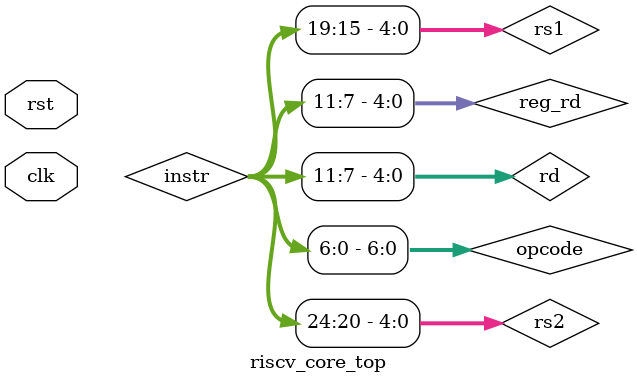
<source format=v>
module riscv_core_top(
    input wire clk,
    input wire rst
);
    // Program Counter
    reg [31:0] pc;
    wire [31:0] instr;

    // Instruction Memory
    imem imem_i(.addr(pc), .instr(instr));

    // Instruction fields
    wire [6:0] opcode = instr[6:0];
    wire [4:0] rd     = instr[11:7];
    wire [2:0] funct3 = instr[14:12];
    wire [4:0] rs1    = instr[19:15];
    wire [4:0] rs2    = instr[24:20];
    wire [6:0] funct7 = instr[31:25];

    // Immediate Generator
    wire [31:0] imm;
    imm_gen immgen(.instr(instr), .imm_out(imm));

    // Register File
    wire [31:0] reg_r1, reg_r2;
    reg reg_we;
    reg [4:0] reg_rd;
    reg [31:0] reg_wd;
    regfile regs(
        .clk(clk),
        .we(reg_we),
        .rs1(rs1),
        .rs2(rs2),
        .rd(reg_rd),
        .wd(reg_wd),
        .rd1(reg_r1),
        .rd2(reg_r2)
    );

    // Control Unit
    wire alu_src, mem_to_reg, reg_write, mem_read, mem_write, branch, jal;
    wire [3:0] alu_ctrl;
    control ctrl(
        .opcode(opcode), .funct3(funct3), .funct7(funct7),
        .alu_src(alu_src), .mem_to_reg(mem_to_reg), .reg_write(reg_write),
        .mem_read(mem_read), .mem_write(mem_write),
        .branch(branch), .jal(jal), .alu_ctrl(alu_ctrl)
    );

    // ALU
    reg [31:0] alu_b;
    wire [31:0] alu_result;
    wire alu_zero;
    alu alu_i(.a(reg_r1), .b(alu_b), .ctrl(alu_ctrl), .y(alu_result), .zero(alu_zero));

    // Data Memory
    wire [31:0] dmem_rdata;
    dmem dmem_i(.clk(clk), .we(mem_write), .addr(alu_result), .wdata(reg_r2), .rdata(dmem_rdata));

    // Next PC
    reg [31:0] pc_next;

    // Main control and writeback
    always @(*) begin
        // Defaults
        alu_b   = reg_r2;
        reg_we  = 1'b0;
        reg_rd  = rd;
        reg_wd  = 32'd0;
        pc_next = pc + 4;

        // ALU operand select
        if (alu_src) alu_b = imm;

        // Branch target
        if (branch && alu_zero) begin
            pc_next = pc + imm;
        end

        // Jump target
        if (jal) begin
            pc_next = pc + imm;
        end

        // Write-back data
        if (mem_to_reg) begin
            reg_wd = dmem_rdata;
        end else begin
            if (jal) reg_wd = pc + 4;  // for JAL, write return address
            else reg_wd = alu_result;
        end

        // Register write enable
        if (reg_write) reg_we = 1'b1;
    end

    // PC update
    always @(posedge clk or posedge rst) begin
        if (rst) pc <= 32'd0;
        else pc <= pc_next;
    end

endmodule

</source>
